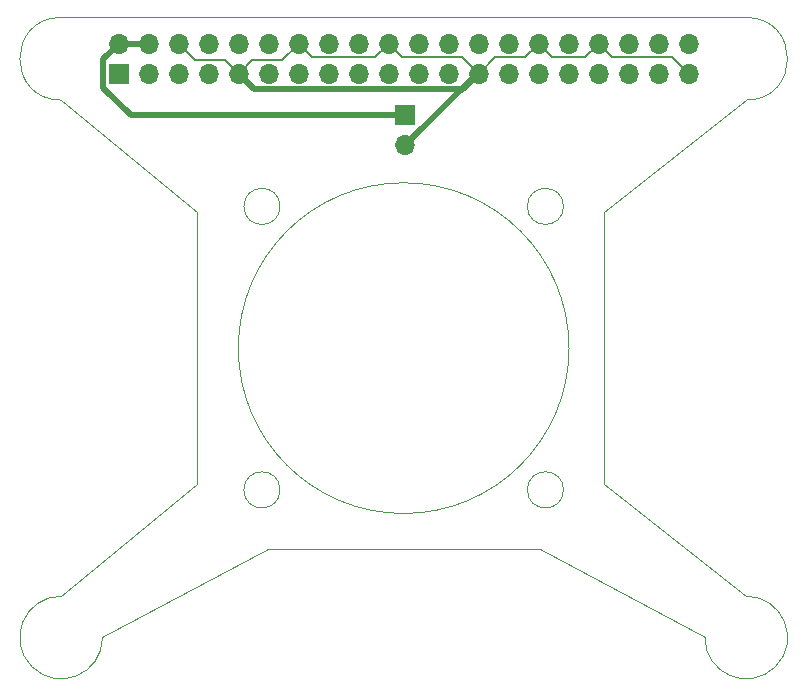
<source format=gbl>
%TF.GenerationSoftware,KiCad,Pcbnew,(5.1.7-7-g831c51c875)-1*%
%TF.CreationDate,2021-03-20T10:33:23-05:00*%
%TF.ProjectId,raspberry_pi_fan_hat,72617370-6265-4727-9279-5f70695f6661,rev?*%
%TF.SameCoordinates,PXbebc200PY8f0d180*%
%TF.FileFunction,Copper,L2,Bot*%
%TF.FilePolarity,Positive*%
%FSLAX46Y46*%
G04 Gerber Fmt 4.6, Leading zero omitted, Abs format (unit mm)*
G04 Created by KiCad (PCBNEW (5.1.7-7-g831c51c875)-1) date 2021-03-20 10:33:23*
%MOMM*%
%LPD*%
G01*
G04 APERTURE LIST*
%TA.AperFunction,Profile*%
%ADD10C,0.100000*%
%TD*%
%TA.AperFunction,ComponentPad*%
%ADD11O,1.700000X1.700000*%
%TD*%
%TA.AperFunction,ComponentPad*%
%ADD12R,1.700000X1.700000*%
%TD*%
%TA.AperFunction,Conductor*%
%ADD13C,0.500000*%
%TD*%
%TA.AperFunction,Conductor*%
%ADD14C,0.200000*%
%TD*%
G04 APERTURE END LIST*
D10*
X46030000Y16000000D02*
G75*
G03*
X46030000Y16000000I-1530000J0D01*
G01*
X22030000Y16000000D02*
G75*
G03*
X22030000Y16000000I-1530000J0D01*
G01*
X22030000Y40000000D02*
G75*
G03*
X22030000Y40000000I-1530000J0D01*
G01*
X46030000Y40000000D02*
G75*
G03*
X46030000Y40000000I-1530000J0D01*
G01*
X3500000Y7000000D02*
X15000000Y16500000D01*
X46500000Y28000000D02*
G75*
G03*
X46500000Y28000000I-14000000J0D01*
G01*
X49500000Y39500000D02*
X61500000Y49000000D01*
X3500000Y49000000D02*
X15000000Y39500000D01*
X61500000Y7000000D02*
X49500000Y16500000D01*
X7000000Y3500000D02*
X21000000Y11000000D01*
X44000000Y11000000D02*
X58000000Y3500000D01*
X21000000Y11000000D02*
X44000000Y11000000D01*
X15000000Y39500000D02*
X15000000Y16500000D01*
X49500000Y16500000D02*
X49500000Y39500000D01*
X7000000Y3500000D02*
G75*
G02*
X3500000Y7000000I-3500000J0D01*
G01*
X61500000Y7000000D02*
G75*
G02*
X58000000Y3500000I0J-3500000D01*
G01*
X61500000Y56000000D02*
G75*
G02*
X61500000Y49000000I0J-3500000D01*
G01*
X3500000Y49000000D02*
G75*
G02*
X3500000Y56000000I0J3500000D01*
G01*
X61500000Y56000000D02*
X3500000Y56000000D01*
D11*
X32600000Y45160000D03*
D12*
X32600000Y47700000D03*
X8370000Y51230000D03*
D11*
X8370000Y53770000D03*
X10910000Y51230000D03*
X10910000Y53770000D03*
X13450000Y51230000D03*
X13450000Y53770000D03*
X15990000Y51230000D03*
X15990000Y53770000D03*
X18530000Y51230000D03*
X18530000Y53770000D03*
X21070000Y51230000D03*
X21070000Y53770000D03*
X23610000Y51230000D03*
X23610000Y53770000D03*
X26150000Y51230000D03*
X26150000Y53770000D03*
X28690000Y51230000D03*
X28690000Y53770000D03*
X31230000Y51230000D03*
X31230000Y53770000D03*
X33770000Y51230000D03*
X33770000Y53770000D03*
X36310000Y51230000D03*
X36310000Y53770000D03*
X38850000Y51230000D03*
X38850000Y53770000D03*
X41390000Y51230000D03*
X41390000Y53770000D03*
X43930000Y51230000D03*
X43930000Y53770000D03*
X46470000Y51230000D03*
X46470000Y53770000D03*
X49010000Y51230000D03*
X49010000Y53770000D03*
X51550000Y51230000D03*
X51550000Y53770000D03*
X54090000Y51230000D03*
X54090000Y53770000D03*
X56630000Y51230000D03*
X56630000Y53770000D03*
D13*
X10910000Y53770000D02*
X8370000Y53770000D01*
X9389998Y47700000D02*
X32600000Y47700000D01*
X7069999Y50019999D02*
X9389998Y47700000D01*
X7069999Y52469999D02*
X7069999Y50019999D01*
X8370000Y53770000D02*
X7069999Y52469999D01*
X38670000Y51230000D02*
X38850000Y51230000D01*
X32600000Y45160000D02*
X38670000Y51230000D01*
X37549999Y49929999D02*
X19830001Y49929999D01*
X19830001Y49929999D02*
X18530000Y51230000D01*
X38850000Y51230000D02*
X37549999Y49929999D01*
D14*
X17379999Y52380001D02*
X18530000Y51230000D01*
X14839999Y52380001D02*
X17379999Y52380001D01*
X13450000Y53770000D02*
X14839999Y52380001D01*
X22220001Y52380001D02*
X23610000Y53770000D01*
X19680001Y52380001D02*
X22220001Y52380001D01*
X18530000Y51230000D02*
X19680001Y52380001D01*
X30079999Y52619999D02*
X31230000Y53770000D01*
X24760001Y52619999D02*
X30079999Y52619999D01*
X23610000Y53770000D02*
X24760001Y52619999D01*
X37460001Y52619999D02*
X38850000Y51230000D01*
X32380001Y52619999D02*
X37460001Y52619999D01*
X31230000Y53770000D02*
X32380001Y52619999D01*
X40239999Y52619999D02*
X38850000Y51230000D01*
X42779999Y52619999D02*
X40239999Y52619999D01*
X43930000Y53770000D02*
X42779999Y52619999D01*
X47859999Y52619999D02*
X49010000Y53770000D01*
X45080001Y52619999D02*
X47859999Y52619999D01*
X43930000Y53770000D02*
X45080001Y52619999D01*
X55240001Y52619999D02*
X56630000Y51230000D01*
X50160001Y52619999D02*
X55240001Y52619999D01*
X49010000Y53770000D02*
X50160001Y52619999D01*
M02*

</source>
